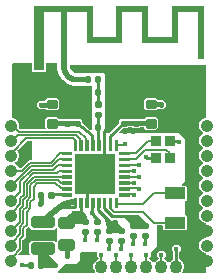
<source format=gbr>
G04 EAGLE Gerber RS-274X export*
G75*
%MOMM*%
%FSLAX34Y34*%
%LPD*%
%INTop Copper*%
%IPPOS*%
%AMOC8*
5,1,8,0,0,1.08239X$1,22.5*%
G01*
%ADD10C,0.065000*%
%ADD11R,3.500000X3.500000*%
%ADD12C,0.500000*%
%ADD13C,0.280800*%
%ADD14C,0.402900*%
%ADD15C,0.539550*%
%ADD16R,1.800000X1.000000*%
%ADD17R,0.850000X0.950000*%
%ADD18R,0.900000X0.500000*%
%ADD19R,0.500000X0.500000*%
%ADD20C,0.270000*%
%ADD21C,1.050000*%
%ADD22C,1.100000*%
%ADD23C,0.152400*%
%ADD24C,0.453200*%
%ADD25C,0.254000*%
%ADD26C,0.406400*%
%ADD27C,0.508000*%

G36*
X165408Y2004D02*
X165408Y2004D01*
X165427Y2002D01*
X165529Y2024D01*
X165631Y2040D01*
X165648Y2050D01*
X165668Y2054D01*
X165757Y2107D01*
X165848Y2156D01*
X165862Y2170D01*
X165879Y2180D01*
X165946Y2259D01*
X166018Y2334D01*
X166026Y2352D01*
X166039Y2367D01*
X166078Y2463D01*
X166121Y2557D01*
X166123Y2577D01*
X166131Y2595D01*
X166149Y2762D01*
X166149Y18118D01*
X166146Y18138D01*
X166148Y18157D01*
X166126Y18259D01*
X166110Y18361D01*
X166100Y18378D01*
X166096Y18398D01*
X166043Y18487D01*
X165994Y18578D01*
X165980Y18592D01*
X165970Y18609D01*
X165891Y18676D01*
X165816Y18748D01*
X165798Y18756D01*
X165783Y18769D01*
X165687Y18808D01*
X165593Y18851D01*
X165573Y18853D01*
X165555Y18861D01*
X165504Y18866D01*
X163076Y19872D01*
X161242Y21706D01*
X160249Y24103D01*
X160249Y26697D01*
X161242Y29094D01*
X163076Y30928D01*
X165528Y31944D01*
X165529Y31944D01*
X165631Y31960D01*
X165648Y31970D01*
X165668Y31974D01*
X165757Y32027D01*
X165848Y32076D01*
X165862Y32090D01*
X165879Y32100D01*
X165946Y32179D01*
X166018Y32254D01*
X166026Y32272D01*
X166039Y32287D01*
X166078Y32383D01*
X166121Y32477D01*
X166123Y32497D01*
X166131Y32515D01*
X166149Y32682D01*
X166149Y43518D01*
X166146Y43538D01*
X166148Y43557D01*
X166126Y43659D01*
X166110Y43761D01*
X166100Y43778D01*
X166096Y43798D01*
X166043Y43887D01*
X165994Y43978D01*
X165980Y43992D01*
X165970Y44009D01*
X165891Y44076D01*
X165816Y44148D01*
X165798Y44156D01*
X165783Y44169D01*
X165687Y44208D01*
X165593Y44251D01*
X165573Y44253D01*
X165555Y44261D01*
X165504Y44266D01*
X163076Y45272D01*
X161242Y47106D01*
X160249Y49503D01*
X160249Y52097D01*
X161242Y54494D01*
X163076Y56328D01*
X163363Y56447D01*
X163424Y56484D01*
X163489Y56514D01*
X163528Y56549D01*
X163572Y56576D01*
X163618Y56631D01*
X163670Y56680D01*
X163696Y56726D01*
X163729Y56766D01*
X163754Y56833D01*
X163789Y56896D01*
X163798Y56947D01*
X163817Y56995D01*
X163820Y57067D01*
X163833Y57138D01*
X163825Y57189D01*
X163827Y57241D01*
X163807Y57310D01*
X163797Y57381D01*
X163773Y57427D01*
X163759Y57477D01*
X163718Y57536D01*
X163685Y57600D01*
X163648Y57637D01*
X163619Y57679D01*
X163561Y57722D01*
X163510Y57772D01*
X163447Y57807D01*
X163421Y57826D01*
X163399Y57833D01*
X163363Y57853D01*
X163076Y57972D01*
X161242Y59806D01*
X160249Y62203D01*
X160249Y64797D01*
X161242Y67194D01*
X163076Y69028D01*
X163363Y69147D01*
X163424Y69184D01*
X163489Y69214D01*
X163528Y69249D01*
X163572Y69276D01*
X163618Y69331D01*
X163670Y69380D01*
X163696Y69426D01*
X163729Y69466D01*
X163754Y69533D01*
X163789Y69596D01*
X163798Y69647D01*
X163817Y69695D01*
X163820Y69767D01*
X163833Y69838D01*
X163825Y69889D01*
X163827Y69941D01*
X163807Y70010D01*
X163797Y70081D01*
X163773Y70127D01*
X163759Y70177D01*
X163718Y70236D01*
X163685Y70300D01*
X163648Y70337D01*
X163619Y70379D01*
X163561Y70422D01*
X163510Y70472D01*
X163447Y70507D01*
X163421Y70526D01*
X163399Y70533D01*
X163363Y70553D01*
X163076Y70672D01*
X161242Y72506D01*
X160249Y74903D01*
X160249Y77497D01*
X161242Y79894D01*
X163076Y81728D01*
X163363Y81847D01*
X163424Y81884D01*
X163489Y81914D01*
X163528Y81949D01*
X163572Y81976D01*
X163618Y82031D01*
X163670Y82080D01*
X163696Y82126D01*
X163729Y82166D01*
X163754Y82233D01*
X163789Y82296D01*
X163798Y82347D01*
X163817Y82395D01*
X163820Y82467D01*
X163833Y82538D01*
X163825Y82589D01*
X163827Y82641D01*
X163807Y82710D01*
X163797Y82781D01*
X163773Y82827D01*
X163759Y82877D01*
X163718Y82936D01*
X163685Y83000D01*
X163648Y83037D01*
X163619Y83079D01*
X163561Y83122D01*
X163510Y83172D01*
X163447Y83207D01*
X163421Y83226D01*
X163399Y83233D01*
X163363Y83253D01*
X163076Y83372D01*
X161242Y85206D01*
X160249Y87603D01*
X160249Y90197D01*
X161242Y92594D01*
X163076Y94428D01*
X163363Y94547D01*
X163424Y94584D01*
X163489Y94614D01*
X163528Y94649D01*
X163572Y94676D01*
X163618Y94731D01*
X163670Y94780D01*
X163696Y94826D01*
X163729Y94866D01*
X163754Y94933D01*
X163789Y94996D01*
X163798Y95047D01*
X163817Y95095D01*
X163820Y95167D01*
X163833Y95238D01*
X163825Y95289D01*
X163827Y95341D01*
X163807Y95410D01*
X163797Y95481D01*
X163773Y95527D01*
X163759Y95577D01*
X163718Y95636D01*
X163685Y95700D01*
X163648Y95737D01*
X163619Y95779D01*
X163561Y95822D01*
X163510Y95872D01*
X163447Y95907D01*
X163421Y95926D01*
X163399Y95933D01*
X163363Y95953D01*
X163076Y96072D01*
X161242Y97906D01*
X160249Y100303D01*
X160249Y102897D01*
X161242Y105294D01*
X163076Y107128D01*
X163363Y107247D01*
X163424Y107284D01*
X163489Y107314D01*
X163528Y107349D01*
X163572Y107376D01*
X163618Y107431D01*
X163670Y107480D01*
X163696Y107526D01*
X163729Y107566D01*
X163754Y107633D01*
X163789Y107696D01*
X163798Y107747D01*
X163817Y107795D01*
X163820Y107867D01*
X163833Y107938D01*
X163825Y107989D01*
X163827Y108041D01*
X163807Y108110D01*
X163797Y108181D01*
X163773Y108227D01*
X163759Y108277D01*
X163718Y108336D01*
X163685Y108400D01*
X163648Y108437D01*
X163619Y108479D01*
X163561Y108522D01*
X163510Y108572D01*
X163447Y108607D01*
X163421Y108626D01*
X163399Y108633D01*
X163363Y108653D01*
X163076Y108772D01*
X161242Y110606D01*
X160249Y113003D01*
X160249Y115597D01*
X161242Y117994D01*
X163076Y119828D01*
X163363Y119947D01*
X163424Y119984D01*
X163489Y120014D01*
X163528Y120049D01*
X163572Y120076D01*
X163618Y120131D01*
X163670Y120180D01*
X163696Y120226D01*
X163729Y120266D01*
X163754Y120333D01*
X163789Y120396D01*
X163798Y120447D01*
X163817Y120495D01*
X163820Y120567D01*
X163833Y120638D01*
X163825Y120689D01*
X163827Y120741D01*
X163807Y120810D01*
X163797Y120881D01*
X163773Y120927D01*
X163759Y120977D01*
X163718Y121036D01*
X163685Y121100D01*
X163648Y121137D01*
X163619Y121179D01*
X163561Y121222D01*
X163510Y121272D01*
X163447Y121307D01*
X163421Y121326D01*
X163399Y121333D01*
X163363Y121353D01*
X163076Y121472D01*
X161242Y123306D01*
X160249Y125703D01*
X160249Y128297D01*
X161242Y130694D01*
X163076Y132528D01*
X165528Y133544D01*
X165529Y133544D01*
X165631Y133560D01*
X165648Y133570D01*
X165668Y133574D01*
X165757Y133627D01*
X165848Y133676D01*
X165862Y133690D01*
X165879Y133700D01*
X165946Y133779D01*
X166018Y133854D01*
X166026Y133872D01*
X166039Y133887D01*
X166078Y133983D01*
X166121Y134077D01*
X166123Y134097D01*
X166131Y134115D01*
X166149Y134282D01*
X166149Y177800D01*
X166146Y177820D01*
X166148Y177839D01*
X166126Y177941D01*
X166110Y178043D01*
X166100Y178060D01*
X166096Y178080D01*
X166043Y178169D01*
X165994Y178260D01*
X165980Y178274D01*
X165970Y178291D01*
X165891Y178358D01*
X165816Y178430D01*
X165798Y178438D01*
X165783Y178451D01*
X165687Y178490D01*
X165593Y178533D01*
X165573Y178535D01*
X165555Y178543D01*
X165388Y178561D01*
X51435Y178561D01*
X51415Y178558D01*
X51396Y178560D01*
X51294Y178538D01*
X51192Y178522D01*
X51175Y178512D01*
X51155Y178508D01*
X51066Y178455D01*
X50975Y178406D01*
X50961Y178392D01*
X50944Y178382D01*
X50877Y178303D01*
X50806Y178228D01*
X50797Y178210D01*
X50784Y178195D01*
X50745Y178099D01*
X50702Y178005D01*
X50700Y177985D01*
X50692Y177967D01*
X50674Y177800D01*
X50674Y175895D01*
X50689Y175805D01*
X50696Y175714D01*
X50708Y175684D01*
X50714Y175652D01*
X50756Y175572D01*
X50792Y175488D01*
X50818Y175456D01*
X50829Y175435D01*
X50852Y175413D01*
X50897Y175357D01*
X54072Y172182D01*
X54146Y172129D01*
X54215Y172069D01*
X54245Y172057D01*
X54271Y172038D01*
X54358Y172011D01*
X54443Y171977D01*
X54484Y171973D01*
X54507Y171966D01*
X54539Y171967D01*
X54610Y171959D01*
X79060Y171959D01*
X80519Y170500D01*
X80519Y121285D01*
X80522Y121265D01*
X80520Y121246D01*
X80542Y121144D01*
X80559Y121042D01*
X80568Y121025D01*
X80572Y121005D01*
X80625Y120916D01*
X80674Y120825D01*
X80688Y120811D01*
X80698Y120794D01*
X80777Y120727D01*
X80852Y120656D01*
X80870Y120647D01*
X80885Y120634D01*
X80981Y120595D01*
X81075Y120552D01*
X81095Y120550D01*
X81113Y120542D01*
X81280Y120524D01*
X83632Y120524D01*
X83714Y120537D01*
X83797Y120542D01*
X83834Y120557D01*
X83875Y120564D01*
X83948Y120602D01*
X84025Y120633D01*
X84067Y120666D01*
X84092Y120679D01*
X84112Y120700D01*
X84158Y120735D01*
X92014Y128255D01*
X92074Y128334D01*
X92139Y128410D01*
X92148Y128432D01*
X92162Y128451D01*
X92194Y128545D01*
X92231Y128638D01*
X92234Y128667D01*
X92240Y128684D01*
X92240Y128717D01*
X92249Y128804D01*
X92249Y131454D01*
X93816Y133021D01*
X99224Y133021D01*
X99669Y132576D01*
X99743Y132522D01*
X99812Y132463D01*
X99842Y132451D01*
X99869Y132432D01*
X99956Y132405D01*
X100040Y132371D01*
X100081Y132367D01*
X100104Y132360D01*
X100136Y132361D01*
X100207Y132353D01*
X102993Y132353D01*
X103083Y132367D01*
X103174Y132375D01*
X103204Y132387D01*
X103236Y132392D01*
X103316Y132435D01*
X103400Y132471D01*
X103432Y132497D01*
X103453Y132508D01*
X103475Y132531D01*
X103531Y132576D01*
X103976Y133021D01*
X109384Y133021D01*
X109829Y132576D01*
X109903Y132522D01*
X109972Y132463D01*
X110002Y132451D01*
X110029Y132432D01*
X110116Y132405D01*
X110200Y132371D01*
X110241Y132367D01*
X110264Y132360D01*
X110296Y132361D01*
X110367Y132353D01*
X113240Y132353D01*
X113331Y132367D01*
X113421Y132375D01*
X113451Y132387D01*
X113483Y132392D01*
X113564Y132435D01*
X113648Y132471D01*
X113680Y132497D01*
X113701Y132508D01*
X113723Y132531D01*
X113779Y132576D01*
X115384Y134181D01*
X123376Y134181D01*
X125301Y132256D01*
X125301Y125664D01*
X123376Y123739D01*
X115384Y123739D01*
X113664Y125459D01*
X113591Y125511D01*
X113523Y125570D01*
X113492Y125583D01*
X113464Y125602D01*
X113379Y125629D01*
X113295Y125663D01*
X113253Y125668D01*
X113229Y125675D01*
X113197Y125674D01*
X113129Y125682D01*
X110316Y125693D01*
X110224Y125678D01*
X110132Y125671D01*
X110103Y125659D01*
X110073Y125654D01*
X109991Y125611D01*
X109906Y125575D01*
X109875Y125550D01*
X109855Y125540D01*
X109833Y125516D01*
X109775Y125470D01*
X109384Y125079D01*
X103976Y125079D01*
X103531Y125524D01*
X103457Y125578D01*
X103388Y125637D01*
X103358Y125649D01*
X103331Y125668D01*
X103244Y125695D01*
X103160Y125729D01*
X103119Y125733D01*
X103096Y125740D01*
X103064Y125739D01*
X102993Y125747D01*
X100207Y125747D01*
X100117Y125733D01*
X100026Y125725D01*
X99996Y125713D01*
X99964Y125708D01*
X99884Y125665D01*
X99800Y125629D01*
X99768Y125603D01*
X99747Y125592D01*
X99725Y125569D01*
X99669Y125524D01*
X99224Y125079D01*
X96351Y125079D01*
X96270Y125066D01*
X96187Y125061D01*
X96149Y125046D01*
X96109Y125040D01*
X96036Y125001D01*
X95958Y124970D01*
X95916Y124937D01*
X95891Y124924D01*
X95871Y124903D01*
X95825Y124868D01*
X92656Y121835D01*
X92608Y121771D01*
X92553Y121713D01*
X92535Y121673D01*
X92508Y121638D01*
X92483Y121562D01*
X92450Y121490D01*
X92445Y121447D01*
X92431Y121405D01*
X92431Y121325D01*
X92422Y121246D01*
X92432Y121203D01*
X92432Y121159D01*
X92458Y121083D01*
X92475Y121005D01*
X92497Y120968D01*
X92511Y120926D01*
X92560Y120863D01*
X92601Y120794D01*
X92634Y120766D01*
X92661Y120731D01*
X92727Y120686D01*
X92788Y120634D01*
X92828Y120618D01*
X92865Y120593D01*
X92942Y120572D01*
X93016Y120542D01*
X93074Y120536D01*
X93102Y120528D01*
X93130Y120530D01*
X93183Y120524D01*
X143195Y120524D01*
X148464Y115255D01*
X148464Y79690D01*
X145994Y77220D01*
X145952Y77162D01*
X145902Y77110D01*
X145880Y77063D01*
X145850Y77021D01*
X145829Y76952D01*
X145799Y76887D01*
X145793Y76835D01*
X145778Y76785D01*
X145780Y76714D01*
X145772Y76643D01*
X145783Y76592D01*
X145784Y76540D01*
X145809Y76472D01*
X145824Y76402D01*
X145851Y76358D01*
X145869Y76309D01*
X145913Y76253D01*
X145950Y76191D01*
X145990Y76157D01*
X146022Y76117D01*
X146083Y76078D01*
X146137Y76031D01*
X146185Y76012D01*
X146229Y75984D01*
X146299Y75966D01*
X146365Y75939D01*
X146437Y75931D01*
X146468Y75923D01*
X146491Y75925D01*
X146532Y75921D01*
X149226Y75921D01*
X149971Y75176D01*
X149971Y64124D01*
X149202Y63355D01*
X149109Y63340D01*
X149092Y63330D01*
X149072Y63326D01*
X148983Y63273D01*
X148892Y63224D01*
X148878Y63210D01*
X148861Y63200D01*
X148794Y63121D01*
X148722Y63046D01*
X148714Y63028D01*
X148701Y63013D01*
X148662Y62917D01*
X148619Y62823D01*
X148617Y62803D01*
X148609Y62785D01*
X148591Y62618D01*
X148591Y51682D01*
X148594Y51662D01*
X148592Y51643D01*
X148614Y51541D01*
X148630Y51439D01*
X148640Y51422D01*
X148644Y51402D01*
X148697Y51313D01*
X148746Y51222D01*
X148760Y51208D01*
X148770Y51191D01*
X148849Y51124D01*
X148924Y51052D01*
X148942Y51044D01*
X148957Y51031D01*
X149053Y50992D01*
X149147Y50949D01*
X149167Y50947D01*
X149185Y50939D01*
X149211Y50936D01*
X149971Y50176D01*
X149971Y39124D01*
X149226Y38379D01*
X130174Y38379D01*
X129429Y39124D01*
X129429Y41856D01*
X129426Y41876D01*
X129428Y41895D01*
X129406Y41997D01*
X129390Y42099D01*
X129380Y42116D01*
X129376Y42136D01*
X129323Y42225D01*
X129274Y42316D01*
X129260Y42330D01*
X129250Y42347D01*
X129171Y42414D01*
X129096Y42486D01*
X129078Y42494D01*
X129063Y42507D01*
X128967Y42546D01*
X128873Y42589D01*
X128853Y42591D01*
X128835Y42599D01*
X128668Y42617D01*
X125095Y42617D01*
X125075Y42614D01*
X125056Y42616D01*
X124954Y42594D01*
X124852Y42578D01*
X124835Y42568D01*
X124815Y42564D01*
X124726Y42511D01*
X124635Y42462D01*
X124621Y42448D01*
X124604Y42438D01*
X124537Y42359D01*
X124466Y42284D01*
X124457Y42266D01*
X124444Y42251D01*
X124405Y42155D01*
X124362Y42061D01*
X124360Y42041D01*
X124352Y42023D01*
X124334Y41856D01*
X124334Y24445D01*
X119667Y19778D01*
X119625Y19772D01*
X119608Y19762D01*
X119588Y19758D01*
X119499Y19705D01*
X119408Y19656D01*
X119394Y19642D01*
X119377Y19632D01*
X119310Y19553D01*
X119238Y19478D01*
X119230Y19460D01*
X119217Y19445D01*
X119178Y19349D01*
X119135Y19255D01*
X119133Y19235D01*
X119125Y19217D01*
X119107Y19050D01*
X119107Y16315D01*
X117910Y15119D01*
X117883Y15081D01*
X117850Y15050D01*
X117812Y14982D01*
X117767Y14919D01*
X117753Y14875D01*
X117731Y14835D01*
X117717Y14758D01*
X117694Y14684D01*
X117695Y14638D01*
X117687Y14593D01*
X117699Y14516D01*
X117701Y14438D01*
X117716Y14395D01*
X117723Y14349D01*
X117758Y14280D01*
X117785Y14207D01*
X117814Y14171D01*
X117835Y14130D01*
X117890Y14076D01*
X117939Y14015D01*
X117977Y13990D01*
X118010Y13958D01*
X118130Y13892D01*
X118146Y13882D01*
X118151Y13881D01*
X118157Y13877D01*
X119405Y13360D01*
X121382Y11384D01*
X121398Y11372D01*
X121410Y11356D01*
X121498Y11300D01*
X121581Y11240D01*
X121600Y11234D01*
X121617Y11223D01*
X121718Y11198D01*
X121817Y11168D01*
X121836Y11168D01*
X121856Y11163D01*
X121959Y11171D01*
X122062Y11174D01*
X122081Y11181D01*
X122101Y11182D01*
X122196Y11223D01*
X122293Y11258D01*
X122309Y11271D01*
X122327Y11279D01*
X122458Y11384D01*
X124435Y13360D01*
X125683Y13877D01*
X125722Y13901D01*
X125765Y13917D01*
X125826Y13965D01*
X125892Y14007D01*
X125921Y14042D01*
X125957Y14071D01*
X125999Y14136D01*
X126049Y14196D01*
X126065Y14239D01*
X126090Y14277D01*
X126109Y14353D01*
X126137Y14426D01*
X126139Y14471D01*
X126150Y14516D01*
X126144Y14594D01*
X126147Y14671D01*
X126134Y14716D01*
X126131Y14761D01*
X126100Y14833D01*
X126079Y14908D01*
X126053Y14945D01*
X126035Y14988D01*
X125949Y15094D01*
X125939Y15110D01*
X125934Y15113D01*
X125930Y15119D01*
X124733Y16315D01*
X124733Y19245D01*
X126805Y21317D01*
X129735Y21317D01*
X131807Y19245D01*
X131807Y16315D01*
X130610Y15119D01*
X130583Y15081D01*
X130550Y15050D01*
X130512Y14982D01*
X130467Y14919D01*
X130453Y14875D01*
X130431Y14835D01*
X130417Y14758D01*
X130394Y14684D01*
X130395Y14638D01*
X130387Y14593D01*
X130399Y14516D01*
X130401Y14438D01*
X130416Y14395D01*
X130423Y14349D01*
X130458Y14280D01*
X130485Y14207D01*
X130514Y14171D01*
X130535Y14130D01*
X130590Y14076D01*
X130639Y14015D01*
X130677Y13990D01*
X130710Y13958D01*
X130830Y13892D01*
X130846Y13882D01*
X130851Y13881D01*
X130857Y13877D01*
X132105Y13360D01*
X134082Y11384D01*
X134098Y11372D01*
X134110Y11356D01*
X134198Y11300D01*
X134281Y11240D01*
X134300Y11234D01*
X134317Y11223D01*
X134418Y11198D01*
X134517Y11168D01*
X134536Y11168D01*
X134556Y11163D01*
X134659Y11171D01*
X134762Y11174D01*
X134781Y11181D01*
X134801Y11182D01*
X134896Y11223D01*
X134993Y11258D01*
X135009Y11271D01*
X135027Y11279D01*
X135158Y11384D01*
X137135Y13360D01*
X137959Y13702D01*
X138059Y13763D01*
X138159Y13823D01*
X138163Y13828D01*
X138168Y13831D01*
X138243Y13921D01*
X138319Y14010D01*
X138321Y14016D01*
X138325Y14021D01*
X138367Y14129D01*
X138411Y14238D01*
X138412Y14246D01*
X138413Y14250D01*
X138414Y14269D01*
X138429Y14405D01*
X138429Y20084D01*
X138415Y20174D01*
X138407Y20265D01*
X138395Y20294D01*
X138390Y20326D01*
X138347Y20407D01*
X138311Y20491D01*
X138285Y20523D01*
X138274Y20544D01*
X138251Y20566D01*
X138206Y20622D01*
X137433Y21395D01*
X137433Y24325D01*
X139505Y26397D01*
X142435Y26397D01*
X144507Y24325D01*
X144507Y21395D01*
X143734Y20622D01*
X143681Y20548D01*
X143621Y20479D01*
X143609Y20448D01*
X143590Y20422D01*
X143563Y20335D01*
X143529Y20250D01*
X143525Y20209D01*
X143518Y20187D01*
X143519Y20155D01*
X143511Y20084D01*
X143511Y14405D01*
X143530Y14290D01*
X143547Y14174D01*
X143549Y14168D01*
X143550Y14162D01*
X143605Y14059D01*
X143658Y13955D01*
X143663Y13950D01*
X143666Y13945D01*
X143750Y13865D01*
X143834Y13782D01*
X143840Y13779D01*
X143844Y13775D01*
X143861Y13768D01*
X143981Y13702D01*
X144805Y13360D01*
X146710Y11455D01*
X147741Y8967D01*
X147741Y6273D01*
X146710Y3785D01*
X146226Y3300D01*
X146184Y3242D01*
X146134Y3190D01*
X146112Y3143D01*
X146082Y3101D01*
X146061Y3032D01*
X146031Y2967D01*
X146025Y2915D01*
X146010Y2865D01*
X146011Y2794D01*
X146004Y2723D01*
X146015Y2672D01*
X146016Y2620D01*
X146041Y2552D01*
X146056Y2482D01*
X146083Y2437D01*
X146100Y2389D01*
X146145Y2333D01*
X146182Y2271D01*
X146222Y2237D01*
X146254Y2197D01*
X146314Y2158D01*
X146369Y2111D01*
X146417Y2092D01*
X146461Y2064D01*
X146530Y2046D01*
X146597Y2019D01*
X146668Y2011D01*
X146700Y2003D01*
X146723Y2005D01*
X146764Y2001D01*
X165388Y2001D01*
X165408Y2004D01*
G37*
G36*
X68656Y123339D02*
X68656Y123339D01*
X68711Y123340D01*
X68765Y123362D01*
X68822Y123375D01*
X68868Y123404D01*
X68918Y123424D01*
X68962Y123464D01*
X69011Y123495D01*
X69044Y123539D01*
X69084Y123576D01*
X69111Y123628D01*
X69146Y123675D01*
X69162Y123727D01*
X69187Y123775D01*
X69197Y123845D01*
X69210Y123890D01*
X69208Y123920D01*
X69214Y123961D01*
X69214Y160020D01*
X69203Y160085D01*
X69201Y160151D01*
X69183Y160194D01*
X69175Y160241D01*
X69141Y160298D01*
X69116Y160358D01*
X69085Y160393D01*
X69060Y160434D01*
X69009Y160476D01*
X68965Y160524D01*
X68923Y160546D01*
X68886Y160575D01*
X68824Y160596D01*
X68765Y160627D01*
X68711Y160635D01*
X68674Y160647D01*
X68634Y160646D01*
X68580Y160654D01*
X57175Y160654D01*
X54468Y160867D01*
X51852Y161495D01*
X49367Y162525D01*
X47073Y163930D01*
X45028Y165678D01*
X43280Y167723D01*
X41875Y170017D01*
X40845Y172502D01*
X40217Y175118D01*
X40004Y177825D01*
X40004Y179070D01*
X39993Y179135D01*
X39991Y179201D01*
X39973Y179244D01*
X39965Y179291D01*
X39931Y179348D01*
X39906Y179408D01*
X39875Y179443D01*
X39850Y179484D01*
X39799Y179526D01*
X39755Y179574D01*
X39713Y179596D01*
X39676Y179625D01*
X39614Y179646D01*
X39555Y179677D01*
X39501Y179685D01*
X39464Y179697D01*
X39424Y179696D01*
X39370Y179704D01*
X31127Y179704D01*
X31062Y179693D01*
X30996Y179691D01*
X30953Y179673D01*
X30906Y179665D01*
X30849Y179631D01*
X30788Y179606D01*
X30754Y179575D01*
X30713Y179550D01*
X30671Y179499D01*
X30623Y179455D01*
X30601Y179413D01*
X30572Y179376D01*
X30550Y179314D01*
X30520Y179255D01*
X30512Y179201D01*
X30500Y179164D01*
X30501Y179124D01*
X30493Y179070D01*
X30493Y173464D01*
X29748Y172719D01*
X19696Y172719D01*
X18951Y173464D01*
X18951Y179070D01*
X18940Y179135D01*
X18938Y179201D01*
X18920Y179244D01*
X18912Y179291D01*
X18878Y179348D01*
X18853Y179408D01*
X18822Y179443D01*
X18797Y179484D01*
X18746Y179526D01*
X18702Y179574D01*
X18660Y179596D01*
X18623Y179625D01*
X18561Y179646D01*
X18502Y179677D01*
X18448Y179685D01*
X18411Y179697D01*
X18371Y179696D01*
X18317Y179704D01*
X2635Y179704D01*
X2570Y179693D01*
X2504Y179691D01*
X2461Y179673D01*
X2414Y179665D01*
X2357Y179631D01*
X2297Y179606D01*
X2262Y179575D01*
X2221Y179550D01*
X2179Y179499D01*
X2131Y179455D01*
X2109Y179413D01*
X2080Y179376D01*
X2059Y179314D01*
X2028Y179255D01*
X2020Y179201D01*
X2008Y179164D01*
X2009Y179124D01*
X2001Y179070D01*
X2001Y134155D01*
X2012Y134090D01*
X2014Y134024D01*
X2032Y133981D01*
X2040Y133934D01*
X2074Y133877D01*
X2099Y133817D01*
X2130Y133782D01*
X2155Y133741D01*
X2206Y133699D01*
X2250Y133651D01*
X2292Y133629D01*
X2329Y133600D01*
X2391Y133579D01*
X2450Y133548D01*
X2504Y133540D01*
X2541Y133528D01*
X2550Y133528D01*
X4964Y132528D01*
X6798Y130694D01*
X7791Y128297D01*
X7791Y125703D01*
X7585Y125206D01*
X7573Y125153D01*
X7552Y125103D01*
X7551Y125078D01*
X7546Y125062D01*
X7547Y125031D01*
X7537Y124986D01*
X7544Y124933D01*
X7542Y124879D01*
X7552Y124848D01*
X7552Y124838D01*
X7561Y124816D01*
X7568Y124764D01*
X7594Y124717D01*
X7611Y124665D01*
X7636Y124631D01*
X7637Y124630D01*
X7638Y124628D01*
X7653Y124608D01*
X7675Y124567D01*
X7698Y124547D01*
X7722Y124514D01*
X8098Y124138D01*
X8133Y124114D01*
X8162Y124083D01*
X8224Y124051D01*
X8282Y124010D01*
X8324Y124000D01*
X8361Y123980D01*
X8451Y123967D01*
X8500Y123954D01*
X8521Y123957D01*
X8547Y123953D01*
X29819Y123953D01*
X29907Y123968D01*
X29995Y123978D01*
X30016Y123988D01*
X30040Y123992D01*
X30117Y124038D01*
X30196Y124077D01*
X30213Y124094D01*
X30233Y124107D01*
X30289Y124176D01*
X30350Y124240D01*
X30359Y124262D01*
X30374Y124281D01*
X30403Y124365D01*
X30438Y124447D01*
X30439Y124471D01*
X30446Y124493D01*
X30444Y124582D01*
X30448Y124671D01*
X30440Y124694D01*
X30440Y124718D01*
X30406Y124800D01*
X30379Y124885D01*
X30363Y124906D01*
X30355Y124925D01*
X30321Y124963D01*
X30268Y125035D01*
X29639Y125664D01*
X29639Y132256D01*
X31564Y134181D01*
X39556Y134181D01*
X41239Y132499D01*
X41273Y132474D01*
X41302Y132443D01*
X41365Y132411D01*
X41423Y132370D01*
X41464Y132360D01*
X41502Y132340D01*
X41591Y132327D01*
X41640Y132314D01*
X41661Y132317D01*
X41687Y132313D01*
X44585Y132313D01*
X44627Y132320D01*
X44670Y132318D01*
X44737Y132340D01*
X44806Y132352D01*
X44843Y132374D01*
X44883Y132387D01*
X44956Y132441D01*
X44999Y132467D01*
X45013Y132483D01*
X45034Y132499D01*
X45556Y133021D01*
X50964Y133021D01*
X51446Y132539D01*
X51481Y132514D01*
X51510Y132483D01*
X51573Y132451D01*
X51630Y132410D01*
X51671Y132400D01*
X51709Y132380D01*
X51799Y132367D01*
X51848Y132354D01*
X51868Y132357D01*
X51895Y132353D01*
X53515Y132353D01*
X53557Y132360D01*
X53600Y132358D01*
X53667Y132380D01*
X53736Y132392D01*
X53773Y132414D01*
X53813Y132427D01*
X53886Y132481D01*
X53929Y132507D01*
X53943Y132523D01*
X53964Y132539D01*
X54446Y133021D01*
X59854Y133021D01*
X61421Y131454D01*
X61421Y129189D01*
X61434Y129113D01*
X61439Y129036D01*
X61454Y129003D01*
X61460Y128968D01*
X61500Y128901D01*
X61531Y128831D01*
X61559Y128801D01*
X61575Y128775D01*
X61611Y128745D01*
X61658Y128694D01*
X68183Y123466D01*
X68231Y123440D01*
X68274Y123405D01*
X68329Y123387D01*
X68381Y123359D01*
X68435Y123351D01*
X68486Y123334D01*
X68545Y123335D01*
X68603Y123327D01*
X68656Y123339D01*
G37*
G36*
X29232Y174069D02*
X29232Y174069D01*
X29231Y174069D01*
X29232Y174070D01*
X29232Y223058D01*
X43208Y223058D01*
X43208Y174070D01*
X43219Y174058D01*
X43219Y174059D01*
X43220Y174058D01*
X48220Y174058D01*
X48232Y174069D01*
X48231Y174069D01*
X48232Y174070D01*
X48232Y223058D01*
X65208Y223058D01*
X65208Y196670D01*
X65219Y196658D01*
X65219Y196659D01*
X65220Y196658D01*
X95220Y196658D01*
X95232Y196669D01*
X95231Y196669D01*
X95232Y196670D01*
X95232Y223058D01*
X112208Y223058D01*
X112208Y196670D01*
X112219Y196658D01*
X112219Y196659D01*
X112220Y196658D01*
X142220Y196658D01*
X142232Y196669D01*
X142231Y196669D01*
X142232Y196670D01*
X142232Y223058D01*
X159208Y223058D01*
X159208Y183670D01*
X159219Y183658D01*
X159219Y183659D01*
X159220Y183658D01*
X164220Y183658D01*
X164232Y183669D01*
X164231Y183669D01*
X164232Y183670D01*
X164232Y228070D01*
X164222Y228082D01*
X164221Y228081D01*
X164220Y228082D01*
X137220Y228082D01*
X137208Y228072D01*
X137209Y228071D01*
X137208Y228070D01*
X137208Y201682D01*
X117232Y201682D01*
X117232Y228070D01*
X117222Y228082D01*
X117221Y228081D01*
X117220Y228082D01*
X90220Y228082D01*
X90208Y228072D01*
X90209Y228071D01*
X90208Y228070D01*
X90208Y201682D01*
X70232Y201682D01*
X70232Y228070D01*
X70222Y228082D01*
X70221Y228081D01*
X70220Y228082D01*
X20220Y228082D01*
X20208Y228072D01*
X20209Y228071D01*
X20208Y228070D01*
X20208Y174070D01*
X20219Y174058D01*
X20219Y174059D01*
X20220Y174058D01*
X29220Y174058D01*
X29232Y174069D01*
G37*
G36*
X71747Y2012D02*
X71747Y2012D01*
X71819Y2014D01*
X71868Y2032D01*
X71919Y2040D01*
X71982Y2074D01*
X72050Y2099D01*
X72090Y2131D01*
X72136Y2156D01*
X72186Y2208D01*
X72242Y2252D01*
X72270Y2296D01*
X72306Y2334D01*
X72336Y2399D01*
X72375Y2459D01*
X72387Y2510D01*
X72409Y2557D01*
X72417Y2628D01*
X72435Y2698D01*
X72431Y2750D01*
X72436Y2801D01*
X72421Y2872D01*
X72416Y2943D01*
X72395Y2991D01*
X72384Y3042D01*
X72347Y3103D01*
X72319Y3169D01*
X72274Y3225D01*
X72258Y3253D01*
X72240Y3268D01*
X72214Y3300D01*
X71730Y3785D01*
X70699Y6273D01*
X70699Y8967D01*
X71730Y11455D01*
X73635Y13360D01*
X74883Y13877D01*
X74922Y13901D01*
X74965Y13917D01*
X75026Y13965D01*
X75092Y14007D01*
X75121Y14042D01*
X75157Y14071D01*
X75199Y14136D01*
X75249Y14196D01*
X75265Y14239D01*
X75290Y14277D01*
X75309Y14353D01*
X75337Y14426D01*
X75339Y14471D01*
X75350Y14516D01*
X75344Y14594D01*
X75347Y14671D01*
X75334Y14716D01*
X75331Y14761D01*
X75300Y14833D01*
X75279Y14908D01*
X75253Y14945D01*
X75235Y14988D01*
X75149Y15094D01*
X75139Y15110D01*
X75134Y15113D01*
X75130Y15119D01*
X73933Y16315D01*
X73933Y19050D01*
X73930Y19070D01*
X73932Y19089D01*
X73910Y19191D01*
X73894Y19293D01*
X73884Y19310D01*
X73880Y19330D01*
X73827Y19419D01*
X73778Y19510D01*
X73764Y19524D01*
X73754Y19541D01*
X73675Y19608D01*
X73600Y19680D01*
X73582Y19688D01*
X73567Y19701D01*
X73471Y19740D01*
X73377Y19783D01*
X73357Y19785D01*
X73339Y19793D01*
X73172Y19811D01*
X60325Y19811D01*
X60305Y19808D01*
X60286Y19810D01*
X60184Y19788D01*
X60082Y19772D01*
X60065Y19762D01*
X60045Y19758D01*
X59956Y19705D01*
X59865Y19656D01*
X59851Y19642D01*
X59834Y19632D01*
X59767Y19553D01*
X59696Y19478D01*
X59687Y19460D01*
X59674Y19445D01*
X59635Y19349D01*
X59592Y19255D01*
X59590Y19235D01*
X59582Y19217D01*
X59564Y19050D01*
X59564Y13015D01*
X56835Y10286D01*
X47625Y10286D01*
X47535Y10272D01*
X47444Y10264D01*
X47414Y10252D01*
X47382Y10247D01*
X47302Y10204D01*
X47218Y10168D01*
X47186Y10142D01*
X47165Y10131D01*
X47143Y10108D01*
X47087Y10063D01*
X40737Y3713D01*
X40684Y3639D01*
X40624Y3570D01*
X40612Y3540D01*
X40593Y3514D01*
X40566Y3427D01*
X40532Y3342D01*
X40528Y3301D01*
X40521Y3278D01*
X40522Y3246D01*
X40514Y3175D01*
X40514Y2762D01*
X40517Y2742D01*
X40515Y2723D01*
X40537Y2621D01*
X40554Y2519D01*
X40563Y2502D01*
X40567Y2482D01*
X40620Y2393D01*
X40669Y2302D01*
X40683Y2288D01*
X40693Y2271D01*
X40772Y2204D01*
X40847Y2132D01*
X40865Y2124D01*
X40880Y2111D01*
X40976Y2072D01*
X41070Y2029D01*
X41090Y2027D01*
X41108Y2019D01*
X41275Y2001D01*
X71676Y2001D01*
X71747Y2012D01*
G37*
G36*
X16133Y17162D02*
X16133Y17162D01*
X16221Y17171D01*
X16243Y17181D01*
X16266Y17185D01*
X16343Y17231D01*
X16423Y17270D01*
X16439Y17287D01*
X16459Y17300D01*
X16515Y17369D01*
X16576Y17433D01*
X16586Y17455D01*
X16601Y17474D01*
X16629Y17558D01*
X16664Y17640D01*
X16665Y17664D01*
X16673Y17686D01*
X16670Y17775D01*
X16674Y17864D01*
X16667Y17887D01*
X16666Y17911D01*
X16632Y17993D01*
X16605Y18078D01*
X16590Y18099D01*
X16582Y18118D01*
X16548Y18156D01*
X16494Y18229D01*
X16024Y18698D01*
X16024Y27382D01*
X18348Y29706D01*
X37532Y29706D01*
X38922Y28316D01*
X38995Y28265D01*
X39064Y28209D01*
X39086Y28202D01*
X39106Y28188D01*
X39192Y28166D01*
X39276Y28137D01*
X39300Y28138D01*
X39323Y28132D01*
X39412Y28141D01*
X39501Y28144D01*
X39523Y28153D01*
X39546Y28155D01*
X39626Y28195D01*
X39708Y28228D01*
X39726Y28244D01*
X39747Y28255D01*
X39808Y28320D01*
X39874Y28380D01*
X39885Y28401D01*
X39901Y28418D01*
X39936Y28500D01*
X39977Y28579D01*
X39980Y28606D01*
X39989Y28625D01*
X39991Y28675D01*
X40004Y28765D01*
X40004Y39815D01*
X39988Y39903D01*
X39979Y39991D01*
X39969Y40013D01*
X39965Y40036D01*
X39919Y40113D01*
X39880Y40193D01*
X39863Y40209D01*
X39850Y40229D01*
X39781Y40285D01*
X39717Y40346D01*
X39695Y40356D01*
X39676Y40371D01*
X39592Y40399D01*
X39510Y40434D01*
X39486Y40435D01*
X39464Y40443D01*
X39375Y40440D01*
X39286Y40444D01*
X39263Y40437D01*
X39239Y40436D01*
X39157Y40403D01*
X39072Y40375D01*
X39051Y40359D01*
X39032Y40352D01*
X38994Y40318D01*
X38922Y40264D01*
X37532Y38874D01*
X18348Y38874D01*
X16033Y41189D01*
X15979Y41226D01*
X15931Y41272D01*
X15888Y41290D01*
X15849Y41317D01*
X15785Y41333D01*
X15725Y41359D01*
X15678Y41361D01*
X15632Y41373D01*
X15566Y41366D01*
X15501Y41369D01*
X15456Y41355D01*
X15409Y41350D01*
X15350Y41321D01*
X15287Y41300D01*
X15243Y41268D01*
X15208Y41250D01*
X15181Y41222D01*
X15136Y41189D01*
X13565Y39617D01*
X13540Y39582D01*
X13509Y39554D01*
X13477Y39491D01*
X13436Y39433D01*
X13426Y39392D01*
X13406Y39354D01*
X13393Y39264D01*
X13380Y39216D01*
X13383Y39195D01*
X13379Y39169D01*
X13379Y33084D01*
X10771Y30476D01*
X10746Y30441D01*
X10715Y30413D01*
X10683Y30350D01*
X10642Y30292D01*
X10632Y30251D01*
X10612Y30213D01*
X10599Y30123D01*
X10586Y30075D01*
X10589Y30054D01*
X10585Y30028D01*
X10585Y21542D01*
X7272Y18229D01*
X7221Y18155D01*
X7165Y18086D01*
X7157Y18064D01*
X7143Y18044D01*
X7121Y17958D01*
X7093Y17874D01*
X7093Y17850D01*
X7087Y17827D01*
X7097Y17738D01*
X7099Y17649D01*
X7108Y17627D01*
X7111Y17604D01*
X7150Y17524D01*
X7184Y17442D01*
X7200Y17424D01*
X7210Y17403D01*
X7275Y17342D01*
X7335Y17276D01*
X7356Y17265D01*
X7373Y17249D01*
X7455Y17214D01*
X7535Y17173D01*
X7561Y17170D01*
X7580Y17161D01*
X7630Y17159D01*
X7720Y17146D01*
X16045Y17146D01*
X16133Y17162D01*
G37*
G36*
X8956Y90940D02*
X8956Y90940D01*
X8998Y90938D01*
X9065Y90960D01*
X9135Y90972D01*
X9171Y90994D01*
X9212Y91007D01*
X9284Y91061D01*
X9328Y91087D01*
X9341Y91103D01*
X9362Y91119D01*
X15915Y97671D01*
X17780Y97671D01*
X17845Y97682D01*
X17911Y97684D01*
X17954Y97702D01*
X18001Y97710D01*
X18058Y97744D01*
X18118Y97769D01*
X18153Y97800D01*
X18194Y97825D01*
X18236Y97876D01*
X18284Y97920D01*
X18306Y97962D01*
X18335Y97999D01*
X18356Y98061D01*
X18387Y98120D01*
X18395Y98174D01*
X18407Y98211D01*
X18407Y98234D01*
X18407Y98236D01*
X18407Y98254D01*
X18414Y98305D01*
X18414Y113665D01*
X18403Y113730D01*
X18401Y113796D01*
X18383Y113839D01*
X18375Y113886D01*
X18341Y113943D01*
X18316Y114003D01*
X18285Y114038D01*
X18260Y114079D01*
X18209Y114121D01*
X18165Y114169D01*
X18123Y114191D01*
X18086Y114220D01*
X18024Y114241D01*
X17965Y114272D01*
X17911Y114280D01*
X17874Y114292D01*
X17834Y114291D01*
X17780Y114299D01*
X14705Y114299D01*
X14663Y114292D01*
X14621Y114294D01*
X14554Y114272D01*
X14484Y114260D01*
X14448Y114238D01*
X14407Y114225D01*
X14334Y114171D01*
X14291Y114145D01*
X14278Y114129D01*
X14257Y114113D01*
X6566Y106423D01*
X6528Y106369D01*
X6483Y106321D01*
X6465Y106277D01*
X6438Y106239D01*
X6421Y106175D01*
X6396Y106114D01*
X6394Y106067D01*
X6382Y106021D01*
X6389Y105956D01*
X6386Y105890D01*
X6400Y105845D01*
X6405Y105798D01*
X6434Y105739D01*
X6454Y105676D01*
X6487Y105632D01*
X6504Y105597D01*
X6533Y105570D01*
X6566Y105526D01*
X6798Y105294D01*
X7791Y102897D01*
X7791Y100303D01*
X6798Y97906D01*
X4964Y96072D01*
X4394Y95836D01*
X4319Y95788D01*
X4241Y95745D01*
X4225Y95728D01*
X4205Y95715D01*
X4152Y95644D01*
X4093Y95577D01*
X4084Y95554D01*
X4070Y95535D01*
X4045Y95450D01*
X4013Y95367D01*
X4013Y95343D01*
X4006Y95320D01*
X4012Y95231D01*
X4012Y95143D01*
X4020Y95120D01*
X4021Y95097D01*
X4058Y95015D01*
X4088Y94932D01*
X4103Y94914D01*
X4113Y94892D01*
X4176Y94828D01*
X4233Y94761D01*
X4256Y94747D01*
X4271Y94732D01*
X4316Y94711D01*
X4394Y94664D01*
X4964Y94428D01*
X6798Y92594D01*
X7324Y91324D01*
X7353Y91279D01*
X7373Y91229D01*
X7413Y91185D01*
X7445Y91135D01*
X7488Y91103D01*
X7525Y91063D01*
X7577Y91036D01*
X7624Y91001D01*
X7676Y90985D01*
X7724Y90960D01*
X7795Y90950D01*
X7839Y90937D01*
X7870Y90939D01*
X7910Y90933D01*
X8914Y90933D01*
X8956Y90940D01*
G37*
%LPC*%
G36*
X115384Y140139D02*
X115384Y140139D01*
X113459Y142064D01*
X113459Y148656D01*
X115384Y150581D01*
X123376Y150581D01*
X125071Y148886D01*
X125145Y148833D01*
X125215Y148773D01*
X125245Y148761D01*
X125271Y148742D01*
X125358Y148715D01*
X125443Y148681D01*
X125484Y148677D01*
X125506Y148670D01*
X125538Y148671D01*
X125610Y148663D01*
X129058Y148663D01*
X129181Y148540D01*
X129255Y148487D01*
X129324Y148427D01*
X129355Y148415D01*
X129381Y148396D01*
X129468Y148369D01*
X129553Y148335D01*
X129594Y148331D01*
X129616Y148324D01*
X129648Y148325D01*
X129719Y148317D01*
X129735Y148317D01*
X131807Y146245D01*
X131807Y143315D01*
X129735Y141243D01*
X126805Y141243D01*
X126214Y141834D01*
X126140Y141887D01*
X126071Y141947D01*
X126040Y141959D01*
X126014Y141978D01*
X125927Y142005D01*
X125842Y142039D01*
X125801Y142043D01*
X125779Y142050D01*
X125747Y142049D01*
X125676Y142057D01*
X125610Y142057D01*
X125520Y142043D01*
X125429Y142035D01*
X125399Y142023D01*
X125367Y142018D01*
X125286Y141975D01*
X125202Y141939D01*
X125170Y141913D01*
X125149Y141902D01*
X125127Y141879D01*
X125071Y141834D01*
X123376Y140139D01*
X115384Y140139D01*
G37*
%LPD*%
%LPC*%
G36*
X31564Y140139D02*
X31564Y140139D01*
X30411Y141291D01*
X30381Y141313D01*
X30366Y141329D01*
X30363Y141330D01*
X30348Y141347D01*
X30285Y141379D01*
X30227Y141420D01*
X30186Y141430D01*
X30148Y141450D01*
X30059Y141463D01*
X30010Y141476D01*
X29989Y141473D01*
X29963Y141477D01*
X28632Y141477D01*
X28590Y141470D01*
X28547Y141472D01*
X28480Y141450D01*
X28411Y141438D01*
X28374Y141416D01*
X28334Y141403D01*
X28261Y141349D01*
X28218Y141323D01*
X28206Y141309D01*
X28199Y141305D01*
X28196Y141301D01*
X28183Y141291D01*
X28135Y141243D01*
X25205Y141243D01*
X23133Y143315D01*
X23133Y146245D01*
X25205Y148317D01*
X28135Y148317D01*
X28183Y148269D01*
X28218Y148244D01*
X28247Y148213D01*
X28310Y148181D01*
X28367Y148140D01*
X28408Y148130D01*
X28446Y148110D01*
X28536Y148097D01*
X28585Y148084D01*
X28605Y148087D01*
X28632Y148083D01*
X29005Y148083D01*
X29070Y148094D01*
X29136Y148096D01*
X29179Y148114D01*
X29226Y148122D01*
X29283Y148156D01*
X29343Y148181D01*
X29378Y148212D01*
X29419Y148237D01*
X29461Y148288D01*
X29509Y148332D01*
X29531Y148374D01*
X29560Y148411D01*
X29581Y148473D01*
X29612Y148532D01*
X29620Y148586D01*
X29632Y148623D01*
X29632Y148649D01*
X31564Y150581D01*
X39556Y150581D01*
X41481Y148656D01*
X41481Y142064D01*
X39556Y140139D01*
X31564Y140139D01*
G37*
%LPD*%
D10*
X88915Y106735D02*
X88915Y114685D01*
X90865Y114685D01*
X90865Y106735D01*
X88915Y106735D01*
X88915Y107352D02*
X90865Y107352D01*
X90865Y107969D02*
X88915Y107969D01*
X88915Y108586D02*
X90865Y108586D01*
X90865Y109203D02*
X88915Y109203D01*
X88915Y109820D02*
X90865Y109820D01*
X90865Y110437D02*
X88915Y110437D01*
X88915Y111054D02*
X90865Y111054D01*
X90865Y111671D02*
X88915Y111671D01*
X88915Y112288D02*
X90865Y112288D01*
X90865Y112905D02*
X88915Y112905D01*
X88915Y113522D02*
X90865Y113522D01*
X90865Y114139D02*
X88915Y114139D01*
X83915Y114685D02*
X83915Y106735D01*
X83915Y114685D02*
X85865Y114685D01*
X85865Y106735D01*
X83915Y106735D01*
X83915Y107352D02*
X85865Y107352D01*
X85865Y107969D02*
X83915Y107969D01*
X83915Y108586D02*
X85865Y108586D01*
X85865Y109203D02*
X83915Y109203D01*
X83915Y109820D02*
X85865Y109820D01*
X85865Y110437D02*
X83915Y110437D01*
X83915Y111054D02*
X85865Y111054D01*
X85865Y111671D02*
X83915Y111671D01*
X83915Y112288D02*
X85865Y112288D01*
X85865Y112905D02*
X83915Y112905D01*
X83915Y113522D02*
X85865Y113522D01*
X85865Y114139D02*
X83915Y114139D01*
X78915Y114685D02*
X78915Y106735D01*
X78915Y114685D02*
X80865Y114685D01*
X80865Y106735D01*
X78915Y106735D01*
X78915Y107352D02*
X80865Y107352D01*
X80865Y107969D02*
X78915Y107969D01*
X78915Y108586D02*
X80865Y108586D01*
X80865Y109203D02*
X78915Y109203D01*
X78915Y109820D02*
X80865Y109820D01*
X80865Y110437D02*
X78915Y110437D01*
X78915Y111054D02*
X80865Y111054D01*
X80865Y111671D02*
X78915Y111671D01*
X78915Y112288D02*
X80865Y112288D01*
X80865Y112905D02*
X78915Y112905D01*
X78915Y113522D02*
X80865Y113522D01*
X80865Y114139D02*
X78915Y114139D01*
X73915Y114685D02*
X73915Y106735D01*
X73915Y114685D02*
X75865Y114685D01*
X75865Y106735D01*
X73915Y106735D01*
X73915Y107352D02*
X75865Y107352D01*
X75865Y107969D02*
X73915Y107969D01*
X73915Y108586D02*
X75865Y108586D01*
X75865Y109203D02*
X73915Y109203D01*
X73915Y109820D02*
X75865Y109820D01*
X75865Y110437D02*
X73915Y110437D01*
X73915Y111054D02*
X75865Y111054D01*
X75865Y111671D02*
X73915Y111671D01*
X73915Y112288D02*
X75865Y112288D01*
X75865Y112905D02*
X73915Y112905D01*
X73915Y113522D02*
X75865Y113522D01*
X75865Y114139D02*
X73915Y114139D01*
X68915Y114685D02*
X68915Y106735D01*
X68915Y114685D02*
X70865Y114685D01*
X70865Y106735D01*
X68915Y106735D01*
X68915Y107352D02*
X70865Y107352D01*
X70865Y107969D02*
X68915Y107969D01*
X68915Y108586D02*
X70865Y108586D01*
X70865Y109203D02*
X68915Y109203D01*
X68915Y109820D02*
X70865Y109820D01*
X70865Y110437D02*
X68915Y110437D01*
X68915Y111054D02*
X70865Y111054D01*
X70865Y111671D02*
X68915Y111671D01*
X68915Y112288D02*
X70865Y112288D01*
X70865Y112905D02*
X68915Y112905D01*
X68915Y113522D02*
X70865Y113522D01*
X70865Y114139D02*
X68915Y114139D01*
X63915Y114685D02*
X63915Y106735D01*
X63915Y114685D02*
X65865Y114685D01*
X65865Y106735D01*
X63915Y106735D01*
X63915Y107352D02*
X65865Y107352D01*
X65865Y107969D02*
X63915Y107969D01*
X63915Y108586D02*
X65865Y108586D01*
X65865Y109203D02*
X63915Y109203D01*
X63915Y109820D02*
X65865Y109820D01*
X65865Y110437D02*
X63915Y110437D01*
X63915Y111054D02*
X65865Y111054D01*
X65865Y111671D02*
X63915Y111671D01*
X63915Y112288D02*
X65865Y112288D01*
X65865Y112905D02*
X63915Y112905D01*
X63915Y113522D02*
X65865Y113522D01*
X65865Y114139D02*
X63915Y114139D01*
X58915Y114685D02*
X58915Y106735D01*
X58915Y114685D02*
X60865Y114685D01*
X60865Y106735D01*
X58915Y106735D01*
X58915Y107352D02*
X60865Y107352D01*
X60865Y107969D02*
X58915Y107969D01*
X58915Y108586D02*
X60865Y108586D01*
X60865Y109203D02*
X58915Y109203D01*
X58915Y109820D02*
X60865Y109820D01*
X60865Y110437D02*
X58915Y110437D01*
X58915Y111054D02*
X60865Y111054D01*
X60865Y111671D02*
X58915Y111671D01*
X58915Y112288D02*
X60865Y112288D01*
X60865Y112905D02*
X58915Y112905D01*
X58915Y113522D02*
X60865Y113522D01*
X60865Y114139D02*
X58915Y114139D01*
X53915Y114685D02*
X53915Y106735D01*
X53915Y114685D02*
X55865Y114685D01*
X55865Y106735D01*
X53915Y106735D01*
X53915Y107352D02*
X55865Y107352D01*
X55865Y107969D02*
X53915Y107969D01*
X53915Y108586D02*
X55865Y108586D01*
X55865Y109203D02*
X53915Y109203D01*
X53915Y109820D02*
X55865Y109820D01*
X55865Y110437D02*
X53915Y110437D01*
X53915Y111054D02*
X55865Y111054D01*
X55865Y111671D02*
X53915Y111671D01*
X53915Y112288D02*
X55865Y112288D01*
X55865Y112905D02*
X53915Y112905D01*
X53915Y113522D02*
X55865Y113522D01*
X55865Y114139D02*
X53915Y114139D01*
X53915Y65985D02*
X53915Y58035D01*
X53915Y65985D02*
X55865Y65985D01*
X55865Y58035D01*
X53915Y58035D01*
X53915Y58652D02*
X55865Y58652D01*
X55865Y59269D02*
X53915Y59269D01*
X53915Y59886D02*
X55865Y59886D01*
X55865Y60503D02*
X53915Y60503D01*
X53915Y61120D02*
X55865Y61120D01*
X55865Y61737D02*
X53915Y61737D01*
X53915Y62354D02*
X55865Y62354D01*
X55865Y62971D02*
X53915Y62971D01*
X53915Y63588D02*
X55865Y63588D01*
X55865Y64205D02*
X53915Y64205D01*
X53915Y64822D02*
X55865Y64822D01*
X55865Y65439D02*
X53915Y65439D01*
X58915Y65985D02*
X58915Y58035D01*
X58915Y65985D02*
X60865Y65985D01*
X60865Y58035D01*
X58915Y58035D01*
X58915Y58652D02*
X60865Y58652D01*
X60865Y59269D02*
X58915Y59269D01*
X58915Y59886D02*
X60865Y59886D01*
X60865Y60503D02*
X58915Y60503D01*
X58915Y61120D02*
X60865Y61120D01*
X60865Y61737D02*
X58915Y61737D01*
X58915Y62354D02*
X60865Y62354D01*
X60865Y62971D02*
X58915Y62971D01*
X58915Y63588D02*
X60865Y63588D01*
X60865Y64205D02*
X58915Y64205D01*
X58915Y64822D02*
X60865Y64822D01*
X60865Y65439D02*
X58915Y65439D01*
X63915Y65985D02*
X63915Y58035D01*
X63915Y65985D02*
X65865Y65985D01*
X65865Y58035D01*
X63915Y58035D01*
X63915Y58652D02*
X65865Y58652D01*
X65865Y59269D02*
X63915Y59269D01*
X63915Y59886D02*
X65865Y59886D01*
X65865Y60503D02*
X63915Y60503D01*
X63915Y61120D02*
X65865Y61120D01*
X65865Y61737D02*
X63915Y61737D01*
X63915Y62354D02*
X65865Y62354D01*
X65865Y62971D02*
X63915Y62971D01*
X63915Y63588D02*
X65865Y63588D01*
X65865Y64205D02*
X63915Y64205D01*
X63915Y64822D02*
X65865Y64822D01*
X65865Y65439D02*
X63915Y65439D01*
X68915Y65985D02*
X68915Y58035D01*
X68915Y65985D02*
X70865Y65985D01*
X70865Y58035D01*
X68915Y58035D01*
X68915Y58652D02*
X70865Y58652D01*
X70865Y59269D02*
X68915Y59269D01*
X68915Y59886D02*
X70865Y59886D01*
X70865Y60503D02*
X68915Y60503D01*
X68915Y61120D02*
X70865Y61120D01*
X70865Y61737D02*
X68915Y61737D01*
X68915Y62354D02*
X70865Y62354D01*
X70865Y62971D02*
X68915Y62971D01*
X68915Y63588D02*
X70865Y63588D01*
X70865Y64205D02*
X68915Y64205D01*
X68915Y64822D02*
X70865Y64822D01*
X70865Y65439D02*
X68915Y65439D01*
X73915Y65985D02*
X73915Y58035D01*
X73915Y65985D02*
X75865Y65985D01*
X75865Y58035D01*
X73915Y58035D01*
X73915Y58652D02*
X75865Y58652D01*
X75865Y59269D02*
X73915Y59269D01*
X73915Y59886D02*
X75865Y59886D01*
X75865Y60503D02*
X73915Y60503D01*
X73915Y61120D02*
X75865Y61120D01*
X75865Y61737D02*
X73915Y61737D01*
X73915Y62354D02*
X75865Y62354D01*
X75865Y62971D02*
X73915Y62971D01*
X73915Y63588D02*
X75865Y63588D01*
X75865Y64205D02*
X73915Y64205D01*
X73915Y64822D02*
X75865Y64822D01*
X75865Y65439D02*
X73915Y65439D01*
X78915Y65985D02*
X78915Y58035D01*
X78915Y65985D02*
X80865Y65985D01*
X80865Y58035D01*
X78915Y58035D01*
X78915Y58652D02*
X80865Y58652D01*
X80865Y59269D02*
X78915Y59269D01*
X78915Y59886D02*
X80865Y59886D01*
X80865Y60503D02*
X78915Y60503D01*
X78915Y61120D02*
X80865Y61120D01*
X80865Y61737D02*
X78915Y61737D01*
X78915Y62354D02*
X80865Y62354D01*
X80865Y62971D02*
X78915Y62971D01*
X78915Y63588D02*
X80865Y63588D01*
X80865Y64205D02*
X78915Y64205D01*
X78915Y64822D02*
X80865Y64822D01*
X80865Y65439D02*
X78915Y65439D01*
X83915Y65985D02*
X83915Y58035D01*
X83915Y65985D02*
X85865Y65985D01*
X85865Y58035D01*
X83915Y58035D01*
X83915Y58652D02*
X85865Y58652D01*
X85865Y59269D02*
X83915Y59269D01*
X83915Y59886D02*
X85865Y59886D01*
X85865Y60503D02*
X83915Y60503D01*
X83915Y61120D02*
X85865Y61120D01*
X85865Y61737D02*
X83915Y61737D01*
X83915Y62354D02*
X85865Y62354D01*
X85865Y62971D02*
X83915Y62971D01*
X83915Y63588D02*
X85865Y63588D01*
X85865Y64205D02*
X83915Y64205D01*
X83915Y64822D02*
X85865Y64822D01*
X85865Y65439D02*
X83915Y65439D01*
X88915Y65985D02*
X88915Y58035D01*
X88915Y65985D02*
X90865Y65985D01*
X90865Y58035D01*
X88915Y58035D01*
X88915Y58652D02*
X90865Y58652D01*
X90865Y59269D02*
X88915Y59269D01*
X88915Y59886D02*
X90865Y59886D01*
X90865Y60503D02*
X88915Y60503D01*
X88915Y61120D02*
X90865Y61120D01*
X90865Y61737D02*
X88915Y61737D01*
X88915Y62354D02*
X90865Y62354D01*
X90865Y62971D02*
X88915Y62971D01*
X88915Y63588D02*
X90865Y63588D01*
X90865Y64205D02*
X88915Y64205D01*
X88915Y64822D02*
X90865Y64822D01*
X90865Y65439D02*
X88915Y65439D01*
X92765Y69835D02*
X100715Y69835D01*
X100715Y67885D01*
X92765Y67885D01*
X92765Y69835D01*
X92765Y68502D02*
X100715Y68502D01*
X100715Y69119D02*
X92765Y69119D01*
X92765Y69736D02*
X100715Y69736D01*
X100715Y74835D02*
X92765Y74835D01*
X100715Y74835D02*
X100715Y72885D01*
X92765Y72885D01*
X92765Y74835D01*
X92765Y73502D02*
X100715Y73502D01*
X100715Y74119D02*
X92765Y74119D01*
X92765Y74736D02*
X100715Y74736D01*
X100715Y79835D02*
X92765Y79835D01*
X100715Y79835D02*
X100715Y77885D01*
X92765Y77885D01*
X92765Y79835D01*
X92765Y78502D02*
X100715Y78502D01*
X100715Y79119D02*
X92765Y79119D01*
X92765Y79736D02*
X100715Y79736D01*
X100715Y84835D02*
X92765Y84835D01*
X100715Y84835D02*
X100715Y82885D01*
X92765Y82885D01*
X92765Y84835D01*
X92765Y83502D02*
X100715Y83502D01*
X100715Y84119D02*
X92765Y84119D01*
X92765Y84736D02*
X100715Y84736D01*
X100715Y89835D02*
X92765Y89835D01*
X100715Y89835D02*
X100715Y87885D01*
X92765Y87885D01*
X92765Y89835D01*
X92765Y88502D02*
X100715Y88502D01*
X100715Y89119D02*
X92765Y89119D01*
X92765Y89736D02*
X100715Y89736D01*
X100715Y94835D02*
X92765Y94835D01*
X100715Y94835D02*
X100715Y92885D01*
X92765Y92885D01*
X92765Y94835D01*
X92765Y93502D02*
X100715Y93502D01*
X100715Y94119D02*
X92765Y94119D01*
X92765Y94736D02*
X100715Y94736D01*
X100715Y99835D02*
X92765Y99835D01*
X100715Y99835D02*
X100715Y97885D01*
X92765Y97885D01*
X92765Y99835D01*
X92765Y98502D02*
X100715Y98502D01*
X100715Y99119D02*
X92765Y99119D01*
X92765Y99736D02*
X100715Y99736D01*
X100715Y104835D02*
X92765Y104835D01*
X100715Y104835D02*
X100715Y102885D01*
X92765Y102885D01*
X92765Y104835D01*
X92765Y103502D02*
X100715Y103502D01*
X100715Y104119D02*
X92765Y104119D01*
X92765Y104736D02*
X100715Y104736D01*
X52015Y104835D02*
X44065Y104835D01*
X52015Y104835D02*
X52015Y102885D01*
X44065Y102885D01*
X44065Y104835D01*
X44065Y103502D02*
X52015Y103502D01*
X52015Y104119D02*
X44065Y104119D01*
X44065Y104736D02*
X52015Y104736D01*
X52015Y99835D02*
X44065Y99835D01*
X52015Y99835D02*
X52015Y97885D01*
X44065Y97885D01*
X44065Y99835D01*
X44065Y98502D02*
X52015Y98502D01*
X52015Y99119D02*
X44065Y99119D01*
X44065Y99736D02*
X52015Y99736D01*
X52015Y94835D02*
X44065Y94835D01*
X52015Y94835D02*
X52015Y92885D01*
X44065Y92885D01*
X44065Y94835D01*
X44065Y93502D02*
X52015Y93502D01*
X52015Y94119D02*
X44065Y94119D01*
X44065Y94736D02*
X52015Y94736D01*
X52015Y89835D02*
X44065Y89835D01*
X52015Y89835D02*
X52015Y87885D01*
X44065Y87885D01*
X44065Y89835D01*
X44065Y88502D02*
X52015Y88502D01*
X52015Y89119D02*
X44065Y89119D01*
X44065Y89736D02*
X52015Y89736D01*
X52015Y84835D02*
X44065Y84835D01*
X52015Y84835D02*
X52015Y82885D01*
X44065Y82885D01*
X44065Y84835D01*
X44065Y83502D02*
X52015Y83502D01*
X52015Y84119D02*
X44065Y84119D01*
X44065Y84736D02*
X52015Y84736D01*
X52015Y79835D02*
X44065Y79835D01*
X52015Y79835D02*
X52015Y77885D01*
X44065Y77885D01*
X44065Y79835D01*
X44065Y78502D02*
X52015Y78502D01*
X52015Y79119D02*
X44065Y79119D01*
X44065Y79736D02*
X52015Y79736D01*
X52015Y74835D02*
X44065Y74835D01*
X52015Y74835D02*
X52015Y72885D01*
X44065Y72885D01*
X44065Y74835D01*
X44065Y73502D02*
X52015Y73502D01*
X52015Y74119D02*
X44065Y74119D01*
X44065Y74736D02*
X52015Y74736D01*
X52015Y69835D02*
X44065Y69835D01*
X52015Y69835D02*
X52015Y67885D01*
X44065Y67885D01*
X44065Y69835D01*
X44065Y68502D02*
X52015Y68502D01*
X52015Y69119D02*
X44065Y69119D01*
X44065Y69736D02*
X52015Y69736D01*
D11*
X72390Y86360D03*
D12*
X52860Y47410D02*
X52860Y42410D01*
X43660Y42410D01*
X43660Y47410D01*
X52860Y47410D01*
X52860Y47160D02*
X43660Y47160D01*
X43660Y28710D02*
X43660Y23710D01*
X43660Y28710D02*
X52860Y28710D01*
X52860Y23710D01*
X43660Y23710D01*
X43660Y28460D02*
X52860Y28460D01*
D13*
X65096Y44914D02*
X65096Y47506D01*
X65096Y44914D02*
X61904Y44914D01*
X61904Y47506D01*
X65096Y47506D01*
X61904Y38906D02*
X61904Y36314D01*
X61904Y38906D02*
X65096Y38906D01*
X65096Y36314D01*
X61904Y36314D01*
X105736Y41104D02*
X105736Y43696D01*
X105736Y41104D02*
X102544Y41104D01*
X102544Y43696D01*
X105736Y43696D01*
X102544Y35096D02*
X102544Y32504D01*
X102544Y35096D02*
X105736Y35096D01*
X105736Y32504D01*
X102544Y32504D01*
X115896Y41104D02*
X115896Y43696D01*
X115896Y41104D02*
X112704Y41104D01*
X112704Y43696D01*
X115896Y43696D01*
X112704Y35096D02*
X112704Y32504D01*
X112704Y35096D02*
X115896Y35096D01*
X115896Y32504D01*
X112704Y32504D01*
X85416Y37294D02*
X85416Y39886D01*
X85416Y37294D02*
X82224Y37294D01*
X82224Y39886D01*
X85416Y39886D01*
X82224Y31286D02*
X82224Y28694D01*
X82224Y31286D02*
X85416Y31286D01*
X85416Y28694D01*
X82224Y28694D01*
X95576Y37294D02*
X95576Y39886D01*
X95576Y37294D02*
X92384Y37294D01*
X92384Y39886D01*
X95576Y39886D01*
X92384Y31286D02*
X92384Y28694D01*
X92384Y31286D02*
X95576Y31286D01*
X95576Y28694D01*
X92384Y28694D01*
X36076Y66984D02*
X33484Y66984D01*
X33484Y70176D01*
X36076Y70176D01*
X36076Y66984D01*
X36076Y69652D02*
X33484Y69652D01*
X27476Y70176D02*
X24884Y70176D01*
X27476Y70176D02*
X27476Y66984D01*
X24884Y66984D01*
X24884Y70176D01*
X24884Y69652D02*
X27476Y69652D01*
D14*
X32924Y127024D02*
X32924Y130896D01*
X38196Y130896D01*
X38196Y127024D01*
X32924Y127024D01*
X32924Y130852D02*
X38196Y130852D01*
X38196Y143424D02*
X38196Y147296D01*
X38196Y143424D02*
X32924Y143424D01*
X32924Y147296D01*
X38196Y147296D01*
X38196Y147252D02*
X32924Y147252D01*
X116744Y130896D02*
X116744Y127024D01*
X116744Y130896D02*
X122016Y130896D01*
X122016Y127024D01*
X116744Y127024D01*
X116744Y130852D02*
X122016Y130852D01*
X122016Y143424D02*
X122016Y147296D01*
X122016Y143424D02*
X116744Y143424D01*
X116744Y147296D01*
X122016Y147296D01*
X122016Y147252D02*
X116744Y147252D01*
D15*
X35887Y25737D02*
X35887Y20343D01*
X19993Y20343D01*
X19993Y25737D01*
X35887Y25737D01*
X35887Y25469D02*
X19993Y25469D01*
X35887Y42843D02*
X35887Y48237D01*
X35887Y42843D02*
X19993Y42843D01*
X19993Y48237D01*
X35887Y48237D01*
X35887Y47969D02*
X19993Y47969D01*
D13*
X46664Y127754D02*
X46664Y130346D01*
X49856Y130346D01*
X49856Y127754D01*
X46664Y127754D01*
X49856Y136354D02*
X49856Y138946D01*
X49856Y136354D02*
X46664Y136354D01*
X46664Y138946D01*
X49856Y138946D01*
X55554Y130346D02*
X55554Y127754D01*
X55554Y130346D02*
X58746Y130346D01*
X58746Y127754D01*
X55554Y127754D01*
X58746Y136354D02*
X58746Y138946D01*
X58746Y136354D02*
X55554Y136354D01*
X55554Y138946D01*
X58746Y138946D01*
X94924Y130346D02*
X94924Y127754D01*
X94924Y130346D02*
X98116Y130346D01*
X98116Y127754D01*
X94924Y127754D01*
X98116Y136354D02*
X98116Y138946D01*
X98116Y136354D02*
X94924Y136354D01*
X94924Y138946D01*
X98116Y138946D01*
X105084Y130346D02*
X105084Y127754D01*
X105084Y130346D02*
X108276Y130346D01*
X108276Y127754D01*
X105084Y127754D01*
X108276Y136354D02*
X108276Y138946D01*
X108276Y136354D02*
X105084Y136354D01*
X105084Y138946D01*
X108276Y138946D01*
X75256Y47506D02*
X75256Y44914D01*
X72064Y44914D01*
X72064Y47506D01*
X75256Y47506D01*
X72064Y38906D02*
X72064Y36314D01*
X72064Y38906D02*
X75256Y38906D01*
X75256Y36314D01*
X72064Y36314D01*
X27186Y7294D02*
X24594Y7294D01*
X24594Y10486D01*
X27186Y10486D01*
X27186Y7294D01*
X27186Y9962D02*
X24594Y9962D01*
X18586Y10486D02*
X15994Y10486D01*
X18586Y10486D02*
X18586Y7294D01*
X15994Y7294D01*
X15994Y10486D01*
X15994Y9962D02*
X18586Y9962D01*
D16*
X139700Y69650D03*
X139700Y44650D03*
D17*
X123790Y113930D03*
X123790Y99430D03*
X135290Y99430D03*
X135290Y113930D03*
D18*
X24720Y176570D03*
D19*
X45720Y176570D03*
D20*
X73070Y153958D02*
X75770Y153958D01*
X73070Y153958D02*
X73070Y157258D01*
X75770Y157258D01*
X75770Y153958D01*
X75770Y156523D02*
X73070Y156523D01*
X81710Y153958D02*
X84410Y153958D01*
X81710Y153958D02*
X81710Y157258D01*
X84410Y157258D01*
X84410Y153958D01*
X84410Y156523D02*
X81710Y156523D01*
X75520Y168020D02*
X72820Y168020D01*
X75520Y168020D02*
X75520Y164720D01*
X72820Y164720D01*
X72820Y168020D01*
X72820Y167285D02*
X75520Y167285D01*
X66880Y168020D02*
X64180Y168020D01*
X66880Y168020D02*
X66880Y164720D01*
X64180Y164720D01*
X64180Y168020D01*
X64180Y167285D02*
X66880Y167285D01*
X76580Y138000D02*
X76580Y135300D01*
X73280Y135300D01*
X73280Y138000D01*
X76580Y138000D01*
X76580Y137865D02*
X73280Y137865D01*
X76580Y143940D02*
X76580Y146640D01*
X76580Y143940D02*
X73280Y143940D01*
X73280Y146640D01*
X76580Y146640D01*
X76580Y146505D02*
X73280Y146505D01*
X73070Y124080D02*
X75770Y124080D01*
X73070Y124080D02*
X73070Y127380D01*
X75770Y127380D01*
X75770Y124080D01*
X75770Y126645D02*
X73070Y126645D01*
X81710Y124080D02*
X84410Y124080D01*
X81710Y124080D02*
X81710Y127380D01*
X84410Y127380D01*
X84410Y124080D01*
X84410Y126645D02*
X81710Y126645D01*
D21*
X166770Y63500D03*
X166770Y50800D03*
X166770Y38100D03*
X166770Y25400D03*
X166770Y12700D03*
X166770Y76200D03*
X166770Y88900D03*
X166770Y101600D03*
X166770Y114300D03*
X166770Y127000D03*
X1270Y63500D03*
X1270Y50800D03*
X1270Y38100D03*
X1270Y25400D03*
X1270Y12700D03*
X1270Y76200D03*
X1270Y88900D03*
X1270Y101600D03*
X1270Y114300D03*
X1270Y127000D03*
D19*
X45720Y176530D03*
D18*
X24722Y176490D03*
D22*
X115570Y7620D03*
X128270Y7620D03*
X102870Y7620D03*
X90170Y7620D03*
X140970Y7620D03*
X153670Y7620D03*
X77470Y7620D03*
D23*
X96740Y68860D02*
X105130Y68860D01*
X105410Y68580D01*
D24*
X105410Y68580D03*
D23*
X109020Y73860D02*
X96740Y73860D01*
X109020Y73860D02*
X109220Y73660D01*
D24*
X109220Y73660D03*
D23*
X105290Y78860D02*
X96740Y78860D01*
X105290Y78860D02*
X105410Y78740D01*
D24*
X105410Y78740D03*
D23*
X109180Y83860D02*
X96740Y83860D01*
X109180Y83860D02*
X109220Y83820D01*
D24*
X109220Y83820D03*
D23*
X96780Y88900D02*
X96740Y88860D01*
X96780Y88900D02*
X105410Y88900D01*
D24*
X105410Y88900D03*
X109220Y93980D03*
D23*
X96860Y93980D02*
X96740Y93860D01*
X96860Y93980D02*
X109220Y93980D01*
X64890Y110710D02*
X64770Y110830D01*
X64770Y116663D01*
X64691Y116742D02*
X58228Y121920D01*
X64691Y116742D02*
X64770Y116663D01*
X7442Y121920D02*
X2362Y127000D01*
X7442Y121920D02*
X58228Y121920D01*
X2362Y127000D02*
X1270Y127000D01*
X59690Y110910D02*
X59890Y110710D01*
X59690Y110910D02*
X59690Y115807D01*
X56371Y119126D01*
X7188Y119126D01*
X2362Y114300D01*
X1270Y114300D01*
X1270Y101600D02*
X2362Y101600D01*
X1270Y101600D02*
X2540Y102870D01*
X54890Y110710D02*
X54890Y114782D01*
X53340Y116332D01*
X13600Y116332D01*
X2362Y105094D01*
X2362Y101600D01*
X2362Y91262D02*
X2362Y88900D01*
X1270Y88900D01*
X42759Y103860D02*
X48040Y103860D01*
X10019Y88900D02*
X2362Y88900D01*
X34537Y95638D02*
X42759Y103860D01*
X34537Y95638D02*
X16757Y95638D01*
X10019Y88900D01*
X2362Y77292D02*
X2362Y76200D01*
X1270Y76200D01*
X2362Y77292D02*
X17914Y92844D01*
X35694Y92844D02*
X41910Y99060D01*
X47840Y99060D01*
X48040Y98860D01*
X35694Y92844D02*
X17914Y92844D01*
X128270Y17780D02*
X128270Y7620D01*
D24*
X128270Y17780D03*
D23*
X8890Y71120D02*
X2362Y64592D01*
X2362Y63500D01*
X8890Y71120D02*
X8890Y79869D01*
X2362Y63500D02*
X1270Y63500D01*
X36249Y89448D02*
X40711Y93909D01*
X47991Y93909D01*
X48040Y93860D01*
X18469Y89448D02*
X8890Y79869D01*
X18469Y89448D02*
X36249Y89448D01*
X115570Y17780D02*
X115570Y7620D01*
D24*
X115570Y17780D03*
D23*
X11684Y68693D02*
X11684Y78711D01*
X11684Y68693D02*
X8552Y65561D01*
X8552Y60484D01*
X2362Y54294D02*
X2362Y50800D01*
X2362Y54294D02*
X8552Y60484D01*
X2362Y50800D02*
X1270Y50800D01*
X39664Y86654D02*
X41910Y88900D01*
X48000Y88900D01*
X48040Y88860D01*
X19627Y86654D02*
X11684Y78711D01*
X19627Y86654D02*
X39664Y86654D01*
X102870Y17780D02*
X102870Y7620D01*
D24*
X102870Y17780D03*
D23*
X48000Y83820D02*
X48040Y83860D01*
X20784Y83860D01*
X14478Y77554D01*
X14478Y67535D01*
X11346Y64403D02*
X11346Y59326D01*
X8552Y56532D01*
X8552Y45382D02*
X2362Y39192D01*
X2362Y38100D01*
X11346Y64403D02*
X14478Y67535D01*
X8552Y56532D02*
X8552Y45382D01*
X2362Y38100D02*
X1270Y38100D01*
X90170Y17780D02*
X90170Y7620D01*
D24*
X90170Y17780D03*
D23*
X48040Y78860D02*
X43060Y78860D01*
X40854Y81066D01*
X21942Y81066D02*
X17272Y76397D01*
X17272Y66378D01*
X14140Y63246D02*
X14140Y58169D01*
X11346Y55375D01*
X11346Y44225D01*
X2362Y28894D02*
X2362Y25400D01*
X8552Y35084D02*
X8552Y41431D01*
X8552Y35084D02*
X2362Y28894D01*
X21942Y81066D02*
X40854Y81066D01*
X17272Y66378D02*
X14140Y63246D01*
X11346Y44225D02*
X8552Y41431D01*
X2362Y25400D02*
X1270Y25400D01*
X42980Y73860D02*
X48040Y73860D01*
X42980Y73860D02*
X38568Y78272D01*
X20066Y65221D02*
X16934Y62089D01*
X16934Y57012D01*
X14140Y54218D01*
X23099Y78272D02*
X38568Y78272D01*
X23099Y78272D02*
X20066Y75239D01*
X20066Y65221D01*
X14140Y54218D02*
X14140Y43067D01*
X11346Y40273D01*
X2362Y12700D02*
X1270Y12700D01*
X11346Y33926D02*
X11346Y40273D01*
X11346Y33926D02*
X8552Y31132D01*
X8552Y22384D01*
X2362Y16194D02*
X2362Y12700D01*
X2362Y16194D02*
X8552Y22384D01*
X89890Y110710D02*
X96740Y110710D01*
X97790Y111760D01*
D24*
X97790Y111760D03*
D23*
X77470Y17780D02*
X77470Y7620D01*
D24*
X77470Y17780D03*
X57150Y101600D03*
X87630Y101600D03*
X72390Y101600D03*
X64770Y101600D03*
X80010Y101600D03*
X57150Y71120D03*
X87630Y71120D03*
X57150Y86360D03*
X57150Y93980D03*
X57150Y78740D03*
X72390Y71120D03*
X64770Y71120D03*
X80010Y71120D03*
X87630Y86360D03*
X87630Y93980D03*
X87630Y78740D03*
X64770Y93980D03*
X72390Y93980D03*
X80010Y93980D03*
X64770Y86360D03*
X64770Y78740D03*
X72390Y86360D03*
X72390Y78740D03*
X80010Y86360D03*
X80010Y78740D03*
D25*
X80010Y93980D02*
X79890Y110710D01*
X64890Y71000D02*
X64890Y62010D01*
X64890Y71000D02*
X64770Y71120D01*
D26*
X26180Y68580D02*
X26180Y61740D01*
X25400Y60960D01*
D24*
X25400Y60960D03*
D26*
X48260Y137650D02*
X57150Y137650D01*
D24*
X48260Y144780D03*
D26*
X48260Y137650D01*
D25*
X83820Y29990D02*
X83820Y22860D01*
X93980Y22860D02*
X93980Y29990D01*
X104140Y26670D02*
X104140Y33800D01*
X114300Y33800D02*
X114300Y26670D01*
X73660Y30480D02*
X73660Y37610D01*
X63500Y37610D02*
X63500Y30480D01*
D24*
X63500Y30480D03*
X73660Y30480D03*
X83820Y22860D03*
X93980Y22860D03*
X104140Y26670D03*
X114300Y26670D03*
D25*
X96520Y137650D02*
X96520Y144780D01*
X106680Y144780D02*
X106680Y137650D01*
D24*
X96520Y144780D03*
X106680Y144780D03*
D26*
X48260Y26210D02*
X48260Y16510D01*
D24*
X48260Y16510D03*
D25*
X79890Y110710D02*
X79890Y122560D01*
X83060Y125730D01*
X83060Y155608D02*
X89568Y155608D01*
X90170Y156210D01*
D24*
X90170Y156210D03*
D25*
X17290Y8890D02*
X10160Y8890D01*
D24*
X10160Y8890D03*
X24654Y176352D03*
D23*
X24720Y176412D02*
X24720Y176570D01*
X24720Y176412D02*
X24661Y176352D01*
D24*
X5080Y176530D03*
X5080Y168910D03*
X5080Y160020D03*
X5080Y151130D03*
X5080Y142240D03*
X12700Y176530D03*
X12700Y168910D03*
X12700Y160020D03*
X12700Y151130D03*
X12700Y142240D03*
X20320Y168910D03*
X27940Y168910D03*
X35560Y168910D03*
X20320Y160020D03*
X27940Y160020D03*
X35560Y160020D03*
X43180Y158750D03*
X35560Y176530D03*
X54610Y176530D03*
X163830Y176530D03*
X154940Y176530D03*
X144780Y176530D03*
X134620Y176530D03*
X124460Y176530D03*
X114300Y176530D03*
X102870Y168910D03*
X92710Y176530D03*
X82550Y176530D03*
X63500Y176530D03*
X85090Y168910D03*
X114300Y168910D03*
X124460Y168910D03*
X134620Y168910D03*
X144780Y168910D03*
X154940Y168910D03*
X163830Y168910D03*
X96520Y153670D03*
X114300Y153670D03*
X124460Y153670D03*
X134620Y153670D03*
X144780Y153670D03*
X154940Y153670D03*
X163830Y153670D03*
X138430Y144780D03*
X154940Y144780D03*
X163830Y144780D03*
X138430Y137160D03*
X154940Y137160D03*
X163830Y137160D03*
X138430Y127000D03*
X154940Y127000D03*
X58420Y5080D03*
X49530Y5080D03*
X102870Y176530D03*
X102870Y161290D03*
X124460Y161290D03*
X134620Y161290D03*
X144780Y161290D03*
X154940Y161290D03*
X163830Y161290D03*
X41910Y165100D03*
X20320Y151130D03*
X12700Y134620D03*
X146050Y144780D03*
X146050Y137160D03*
X146050Y127000D03*
D23*
X24720Y176417D02*
X24720Y176570D01*
X24720Y176417D02*
X24654Y176352D01*
D24*
X66040Y129540D03*
X83820Y148590D03*
X83820Y133350D03*
X114300Y161290D03*
X102870Y153670D03*
X85090Y162560D03*
X129540Y127000D03*
X129540Y137160D03*
X97790Y121920D03*
X104140Y121920D03*
D25*
X135290Y113930D02*
X142610Y113930D01*
X143510Y113030D01*
D24*
X143510Y113030D03*
D25*
X123790Y99430D02*
X116470Y99430D01*
X115570Y100330D01*
D24*
X115570Y100330D03*
X50800Y158750D03*
X66040Y158750D03*
X58420Y158750D03*
X66040Y152400D03*
X66040Y144780D03*
X58420Y152400D03*
X58420Y144780D03*
X50800Y152400D03*
X92710Y168910D03*
X93980Y162560D03*
X66040Y137160D03*
X154940Y116840D03*
X154940Y109220D03*
X153670Y100330D03*
X154940Y36830D03*
X154940Y49530D03*
X73660Y176530D03*
X129540Y35560D03*
X154940Y80010D03*
X12700Y106680D03*
X8890Y95250D03*
X27940Y33020D03*
X43180Y152400D03*
X83820Y140970D03*
X12700Y127000D03*
X67310Y5080D03*
X67310Y13970D03*
D25*
X48260Y44910D02*
X48661Y45972D01*
X83820Y39440D02*
X83820Y38590D01*
D26*
X104140Y42400D02*
X109220Y42400D01*
X114300Y42400D01*
X93980Y38590D02*
X88900Y38590D01*
X83820Y38590D01*
D25*
X79890Y57270D02*
X79890Y62010D01*
X79890Y57270D02*
X86360Y50800D01*
D24*
X59690Y53340D03*
X54610Y53340D03*
D26*
X48260Y46990D02*
X48260Y44910D01*
X48260Y46990D02*
X50165Y48895D01*
X55880Y46210D02*
X63500Y46210D01*
X55880Y46210D02*
X52850Y46210D01*
X50165Y48895D01*
X49530Y48720D02*
X53340Y52530D01*
X49530Y48720D02*
X49530Y46180D01*
X48260Y44910D01*
X54610Y51260D02*
X54610Y53340D01*
X58420Y53340D01*
X63500Y46990D02*
X63500Y46210D01*
X63500Y46990D02*
X63500Y47480D01*
X58420Y52560D01*
X58420Y53340D01*
X58420Y51290D02*
X58420Y48750D01*
X55880Y46210D01*
X55880Y49990D01*
X54610Y51260D01*
X53340Y52530D01*
D25*
X59890Y53540D02*
X59890Y62010D01*
X59890Y53540D02*
X59690Y53340D01*
X59890Y49820D02*
X63500Y46210D01*
X59890Y49820D02*
X59890Y53540D01*
X60960Y53340D02*
X63500Y50800D01*
X60960Y53340D02*
X59690Y53340D01*
X63500Y50800D02*
X63500Y46990D01*
X86360Y50800D02*
X96520Y50800D01*
X103650Y42400D02*
X104140Y42400D01*
D26*
X109220Y42400D02*
X109220Y47480D01*
X108975Y47235D02*
X104140Y42400D01*
X109220Y47480D02*
X114300Y42400D01*
X88900Y43670D02*
X88900Y44940D01*
X88900Y43670D02*
X88900Y38590D01*
X88020Y42790D02*
X83820Y38590D01*
X87385Y43425D02*
X88900Y44940D01*
X88900Y45720D01*
X88900Y43670D02*
X93980Y38590D01*
D24*
X88900Y45720D03*
D25*
X96520Y50800D02*
X99819Y47713D01*
X103117Y44627D01*
X103117Y43357D02*
X104140Y42400D01*
X83820Y39860D02*
X83820Y38590D01*
X83820Y39860D02*
X83358Y41386D01*
X82548Y44065D01*
X81386Y47908D01*
X81035Y49072D01*
X80730Y50081D01*
X74890Y55920D02*
X74890Y62010D01*
X74890Y55920D02*
X80730Y50081D01*
X83820Y45720D02*
X84386Y45720D01*
X83820Y45720D02*
X83575Y45720D01*
X81386Y47908D01*
X87385Y43425D02*
X88020Y42790D01*
X87385Y43425D02*
X86745Y44065D01*
X82548Y44065D01*
X85090Y45720D02*
X88900Y45720D01*
X85090Y45720D02*
X84386Y45720D01*
X81035Y49072D01*
X80730Y50081D02*
X85090Y45720D01*
D24*
X83820Y45720D03*
D25*
X83820Y41848D01*
X83358Y41386D01*
X96520Y50800D02*
X100330Y50800D01*
X101600Y50800D01*
X104140Y50800D02*
X107950Y50800D01*
X104140Y50800D02*
X101600Y50800D01*
X104140Y50800D02*
X107705Y47235D01*
X108975Y47235D01*
X107705Y47235D02*
X105165Y47235D01*
X101600Y50800D01*
X100330Y50800D02*
X101600Y49530D01*
X103117Y48013D02*
X103117Y44627D01*
X103117Y43357D01*
X104140Y46990D02*
X103117Y48013D01*
D24*
X101600Y49530D03*
D25*
X100330Y50800D02*
X100330Y48225D01*
X99819Y47713D01*
X107950Y50800D02*
X114300Y44450D01*
X114300Y42400D01*
X107950Y48260D02*
X107950Y50800D01*
X107950Y48260D02*
X108975Y47235D01*
D24*
X106680Y49530D03*
D25*
X103117Y48013D02*
X101600Y49530D01*
X104140Y46990D02*
X104140Y42400D01*
X140970Y22860D02*
X140970Y7620D01*
D24*
X140970Y22860D03*
D25*
X35060Y68860D02*
X34780Y68580D01*
X35060Y68860D02*
X48040Y68860D01*
D26*
X107953Y129005D02*
X119380Y128960D01*
D25*
X84890Y117919D02*
X84890Y110710D01*
X84890Y117919D02*
X96520Y129050D01*
D26*
X107908Y129050D01*
X107953Y129005D01*
X106680Y129050D02*
X119290Y129050D01*
X119380Y128960D01*
D25*
X69837Y118886D02*
X69890Y110710D01*
X69837Y118886D02*
X57150Y129050D01*
D26*
X44457Y129000D01*
X44447Y129010D01*
X35610Y129010D02*
X35560Y128960D01*
X35610Y129010D02*
X44447Y129010D01*
X48260Y129050D02*
X57150Y129050D01*
D25*
X72834Y47036D02*
X73660Y46210D01*
X69882Y62002D02*
X69890Y62010D01*
D26*
X34980Y144780D02*
X35560Y145360D01*
X34980Y144780D02*
X26670Y144780D01*
D24*
X26670Y144780D03*
D26*
X119380Y145360D02*
X127690Y145360D01*
X128270Y144780D01*
D24*
X128270Y144780D03*
D26*
X27940Y23040D02*
X27450Y22550D01*
X25890Y13970D02*
X25890Y8890D01*
X25890Y13970D02*
X25890Y17290D01*
X25890Y20320D02*
X25890Y20990D01*
X27940Y23040D01*
X25890Y8890D02*
X30970Y8890D01*
X33020Y8890D01*
X34290Y8890D01*
X30970Y8890D02*
X25890Y13970D01*
X25890Y17290D02*
X34290Y8890D01*
X25890Y17290D02*
X25890Y20320D01*
X34290Y8890D02*
X38100Y8890D01*
X33020Y13970D01*
X26670Y20320D01*
X25890Y20320D01*
D24*
X38100Y8890D03*
X33020Y8890D03*
X33020Y13970D03*
X69850Y53340D03*
D25*
X69890Y53380D02*
X69890Y62010D01*
X69890Y53380D02*
X69850Y53340D01*
X73366Y46770D02*
X73660Y46210D01*
X73366Y46770D02*
X69890Y53380D01*
X73366Y46504D02*
X73660Y46210D01*
X73366Y46504D02*
X73366Y46770D01*
X73366Y48260D01*
X70673Y52151D02*
X69850Y53340D01*
X70673Y52151D02*
X73366Y48260D01*
X73660Y46210D02*
X70673Y52151D01*
X54610Y62010D02*
X53340Y62010D01*
X54890Y58420D02*
X42836Y58420D01*
X42776Y58420D01*
X54890Y58420D02*
X54890Y62010D01*
D27*
X45882Y60777D02*
X42776Y58420D01*
X42836Y58420D02*
X34477Y52077D01*
X27940Y45540D01*
X45882Y60777D02*
X53340Y62010D01*
D23*
X139545Y44805D02*
X139700Y44650D01*
X84890Y56940D02*
X84890Y62010D01*
X84890Y56940D02*
X87728Y54102D01*
X112889Y54102D01*
X122341Y44650D02*
X139700Y44650D01*
X122341Y44650D02*
X112889Y54102D01*
X89890Y60706D02*
X89890Y62010D01*
X89890Y60706D02*
X112776Y60706D01*
X121720Y69650D02*
X139700Y69650D01*
X121720Y69650D02*
X112776Y60706D01*
D25*
X74890Y110710D02*
X74890Y125715D01*
X74420Y125730D01*
X74930Y126240D01*
X74930Y136650D01*
X74930Y145290D02*
X74930Y155098D01*
X74420Y155608D01*
X74170Y155858D01*
X74170Y166370D01*
D26*
X45720Y176530D02*
X45720Y176570D01*
X45720Y176530D02*
X45723Y176284D01*
X45732Y176039D01*
X45747Y175794D01*
X45767Y175549D01*
X45794Y175305D01*
X45827Y175062D01*
X45865Y174819D01*
X45909Y174578D01*
X45959Y174338D01*
X46015Y174099D01*
X46077Y173861D01*
X46144Y173625D01*
X46217Y173390D01*
X46296Y173158D01*
X46380Y172927D01*
X46470Y172699D01*
X46565Y172472D01*
X46666Y172249D01*
X46772Y172027D01*
X46884Y171808D01*
X47000Y171592D01*
X47122Y171379D01*
X47249Y171169D01*
X47381Y170962D01*
X47518Y170758D01*
X47660Y170558D01*
X47807Y170361D01*
X47959Y170168D01*
X48115Y169978D01*
X48275Y169793D01*
X48440Y169611D01*
X48610Y169433D01*
X48783Y169260D01*
X48961Y169090D01*
X49143Y168925D01*
X49328Y168765D01*
X49518Y168609D01*
X49711Y168457D01*
X49908Y168310D01*
X50108Y168168D01*
X50312Y168031D01*
X50519Y167899D01*
X50729Y167772D01*
X50942Y167650D01*
X51158Y167534D01*
X51377Y167422D01*
X51599Y167316D01*
X51822Y167215D01*
X52049Y167120D01*
X52277Y167030D01*
X52508Y166946D01*
X52740Y166867D01*
X52975Y166794D01*
X53211Y166727D01*
X53449Y166665D01*
X53688Y166609D01*
X53928Y166559D01*
X54169Y166515D01*
X54412Y166477D01*
X54655Y166444D01*
X54899Y166417D01*
X55144Y166397D01*
X55389Y166382D01*
X55634Y166373D01*
X55880Y166370D01*
X65530Y166370D01*
D23*
X96940Y99060D02*
X96740Y98860D01*
X96940Y99060D02*
X106680Y99060D01*
X114300Y106680D01*
X135290Y103470D02*
X135290Y99430D01*
X132080Y106680D02*
X114300Y106680D01*
X132080Y106680D02*
X135290Y103470D01*
X123790Y113930D02*
X123700Y114020D01*
X106400Y103860D02*
X96740Y103860D01*
X106400Y103860D02*
X116840Y114300D01*
X123420Y114300D01*
X123790Y113930D01*
M02*

</source>
